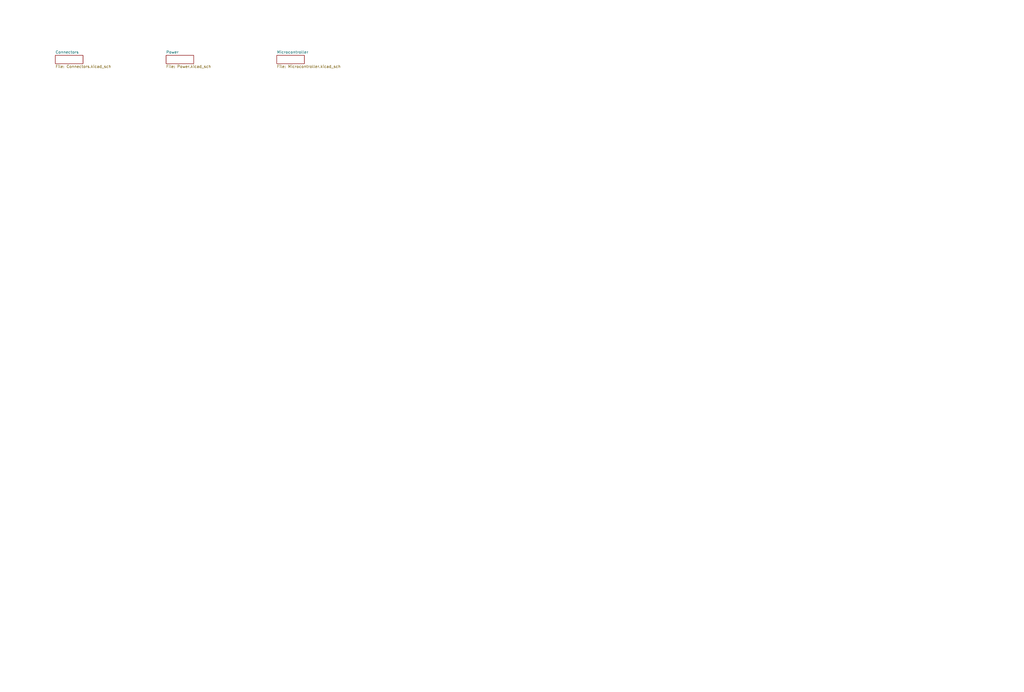
<source format=kicad_sch>
(kicad_sch (version 20230121) (generator eeschema)
  (paper "User" 469.9 317.627)
  (lib_symbols)
  (sheet (at 25.4 25.4) (size 12.7 3.81)
    (property "Sheetname" "Connectors" (at 25.4 24.6884 0) (effects (justify left bottom)))
    (property "Sheetfile" "Connectors.kicad_sch" (at 25.4 29.7946 0) (effects (justify left top)))
  )
  (sheet (at 76.2 25.4) (size 12.7 3.81)
    (property "Sheetname" "Power" (at 76.2 24.6884 0) (effects (justify left bottom)))
    (property "Sheetfile" "Power.kicad_sch" (at 76.2 29.7946 0) (effects (justify left top)))
  )
  (sheet (at 127 25.4) (size 12.7 3.81)
    (property "Sheetname" "Microcontroller" (at 127 24.6884 0) (effects (justify left bottom)))
    (property "Sheetfile" "Microcontroller.kicad_sch" (at 127 29.7946 0) (effects (justify left top)))
  )
)
</source>
